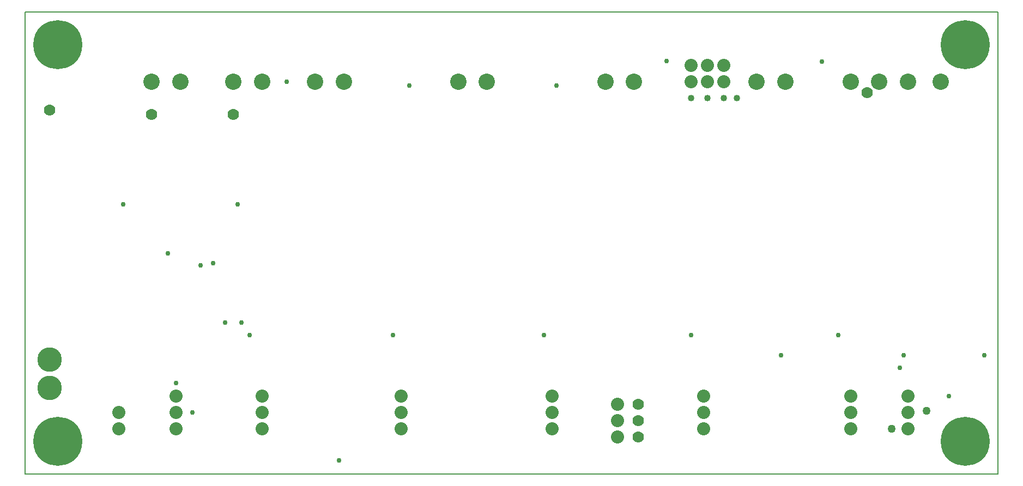
<source format=gbr>
G04 PROTEUS GERBER X2 FILE*
%TF.GenerationSoftware,Labcenter,Proteus,8.7-SP3-Build25561*%
%TF.CreationDate,2021-04-27T11:42:45+00:00*%
%TF.FileFunction,Copper,L2,Inr*%
%TF.FilePolarity,Positive*%
%TF.Part,Single*%
%TF.SameCoordinates,{6203c4a4-ae23-4678-9b2e-be1f49d5fe9b}*%
%FSLAX45Y45*%
%MOMM*%
G01*
%TA.AperFunction,ViaPad*%
%ADD17C,1.270000*%
%ADD18C,0.762000*%
%ADD19C,1.778000*%
%ADD70C,1.016000*%
%TA.AperFunction,ComponentPad*%
%ADD20C,3.810000*%
%ADD21C,2.540000*%
%ADD22C,2.032000*%
%TA.AperFunction,OtherPad,Unknown*%
%ADD36C,7.620000*%
%TA.AperFunction,Profile*%
%ADD37C,0.203200*%
%TD.AperFunction*%
D17*
X+6858000Y-3556000D03*
D18*
X-4381500Y-825500D03*
X-3873500Y-1016000D03*
X-3111500Y-2095500D03*
X-889000Y-2095500D03*
X+1460500Y-2095500D03*
X+3746500Y-2095500D03*
X+6032500Y-2095500D03*
X-5080000Y-63500D03*
D19*
X-4635500Y+1333500D03*
X-3365500Y+1333500D03*
X+6477000Y+1667185D03*
X+2921000Y-3175000D03*
X+2921000Y-3429000D03*
X+2921000Y-3683000D03*
D70*
X+4457601Y+1587500D03*
X+4254500Y+1587500D03*
X+4000500Y+1587500D03*
X+3746500Y+1587500D03*
D18*
X-4000500Y-3302000D03*
X-4254500Y-2844450D03*
D17*
X+7400945Y-3273445D03*
D18*
X+7747000Y-3048000D03*
X+7048500Y-2413000D03*
X+5143500Y-2413000D03*
X+6985000Y-2603500D03*
X+8295505Y-2412861D03*
D19*
X-6223000Y+1397000D03*
D18*
X+3365500Y+2159000D03*
X+5774838Y+2150575D03*
X+1651000Y+1778000D03*
X-635000Y+1778000D03*
X-2540000Y+1841500D03*
X-3684182Y-979154D03*
X-1724959Y-4050313D03*
X-3302000Y-63500D03*
X-3492500Y-1905000D03*
X-3238500Y-1905000D03*
D20*
X-6223000Y-2476500D03*
X-6223000Y-2921000D03*
D21*
X-2095500Y+1841500D03*
X-1651000Y+1841500D03*
D22*
X-2921000Y-3556000D03*
X-2921000Y-3048000D03*
X-2921000Y-3302000D03*
D21*
X+571500Y+1841500D03*
X+127000Y+1841500D03*
D22*
X-762000Y-3556000D03*
X-762000Y-3302000D03*
X-762000Y-3048000D03*
X+1587500Y-3302000D03*
X+1587500Y-3556000D03*
X+1587500Y-3048000D03*
D21*
X+2857500Y+1841500D03*
X+2413000Y+1841500D03*
D22*
X+3937000Y-3556000D03*
X+6223000Y-3556000D03*
X+3937000Y-3048000D03*
X+6223000Y-3048000D03*
X+3937000Y-3302000D03*
X+6223000Y-3302000D03*
D21*
X+5207000Y+1841500D03*
X+4762500Y+1841500D03*
X+7620000Y+1841500D03*
X+7112000Y+1841500D03*
D22*
X+7112000Y-3302000D03*
X+7112000Y-3556000D03*
X+7112000Y-3048000D03*
D21*
X+6667500Y+1841500D03*
X+6223000Y+1841500D03*
D22*
X-4254500Y-3556000D03*
D36*
X-6096000Y-3746500D03*
X-6096000Y+2413000D03*
X+8001000Y+2413000D03*
X+8001000Y-3746500D03*
D21*
X-4191000Y+1841500D03*
X-4635500Y+1841500D03*
X-2921000Y+1841500D03*
X-3365500Y+1841500D03*
D22*
X-4254500Y-3048000D03*
X-4254500Y-3302000D03*
X+3746500Y+2095500D03*
X+2603500Y-3175000D03*
X+3746500Y+1841500D03*
X+4000500Y+2095500D03*
X+2603500Y-3429000D03*
X+4000500Y+1841500D03*
X+4254500Y+2095500D03*
X+2603500Y-3683000D03*
X+4254500Y+1841500D03*
X-5143500Y-3302000D03*
X-5143500Y-3556000D03*
D37*
X-6604000Y-4254500D02*
X+8509000Y-4254500D01*
X+8509000Y+2921000D01*
X-6604000Y+2921000D01*
X-6604000Y-4254500D01*
M02*

</source>
